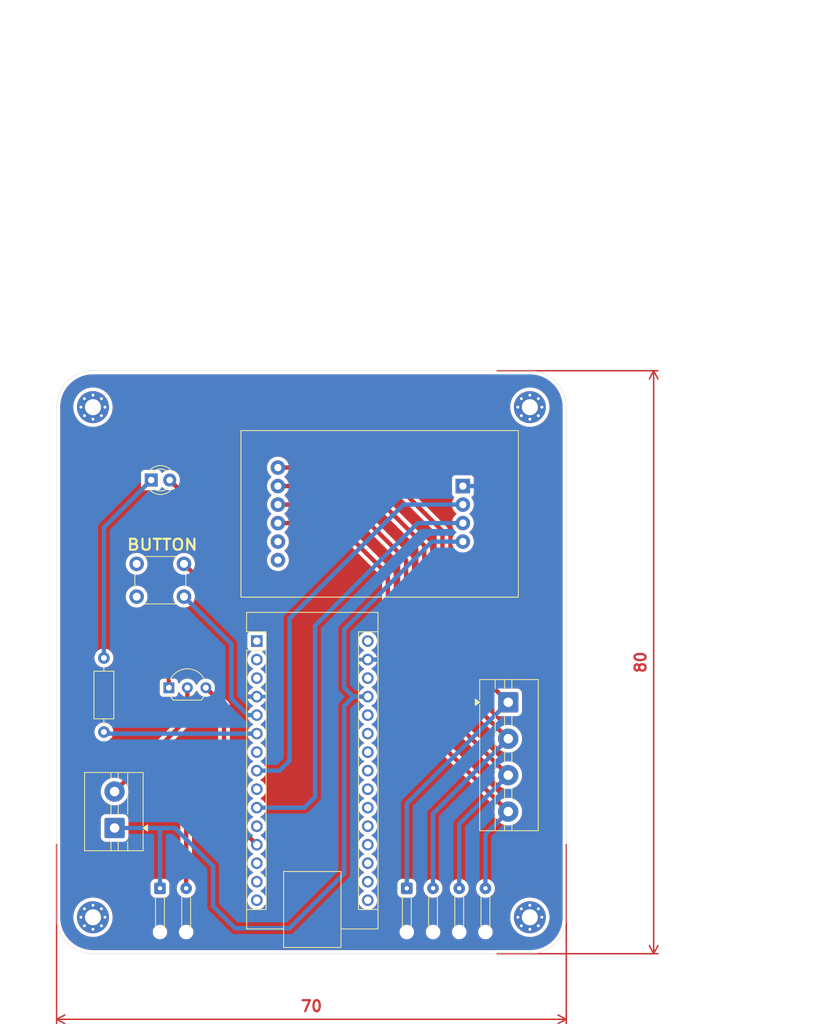
<source format=kicad_pcb>
(kicad_pcb (version 20241229) (generator "pcbnew") (generator_version "9.0")
  (title_block (comment 4 "AISLER Project ID: ADZSJUEU"))
  (layers (0 "F.Cu" signal) (2 "B.Cu" signal) (13 "F.Paste" user) (15 "B.Paste" user) (5 "F.SilkS" user "F.Silkscreen") (7 "B.SilkS" user "B.Silkscreen") (1 "F.Mask" user) (3 "B.Mask" user) (25 "Edge.Cuts" user))
  (net 0 "")
  (net 1 "GND")
  (footprint "Custom_Footprints_Library:HX711_Weight_Sensor_Module" (layer "F.Cu") (at 50.04 34.53)
    (property "Reference" "U1" (hide yes))
    (property "Value" "~")
    (fp_line (start 2.54 5.08) (end 40.64 5.08) (stroke (width 0.1)) (layer "F.SilkS"))
    (fp_line (start 2.54 27.94) (end 2.54 5.08) (stroke (width 0.1)) (layer "F.SilkS"))
    (fp_line (start 40.64 5.08) (end 40.64 27.94) (stroke (width 0.1)) (layer "F.SilkS"))
    (fp_line (start 40.64 27.94) (end 2.54 27.94) (stroke (width 0.1)) (layer "F.SilkS"))
    (fp_rect (start 2.54 5.08) (end 40.64 27.94) (stroke (width 0.1)) (fill no) (layer "F.SilkS"))
    (pad "1" thru_hole circle (at 7.62 10.16) (size 2 2) (drill 1) (layers "*.Cu" "*.Mask"))
    (pad "2" thru_hole circle (at 7.62 12.7) (size 2 2) (drill 1) (layers "*.Cu" "*.Mask"))
    (pad "3" thru_hole circle (at 7.62 15.24) (size 2 2) (drill 1) (layers "*.Cu" "*.Mask"))
    (pad "4" thru_hole circle (at 7.62 17.78) (size 2 2) (drill 1) (layers "*.Cu" "*.Mask"))
    (pad "5" thru_hole circle (at 7.62 20.32) (size 2 2) (drill 1) (layers "*.Cu" "*.Mask"))
    (pad "6" thru_hole circle (at 7.62 22.86) (size 2 2) (drill 1) (layers "*.Cu" "*.Mask"))
    (pad "8" thru_hole circle (at 33.02 15.24) (size 2 2) (drill 1) (layers "*.Cu" "*.Mask"))
    (pad "9" thru_hole circle (at 33.02 17.78) (size 2 2) (drill 1) (layers "*.Cu" "*.Mask"))
    (pad "10" thru_hole circle (at 33.02 20.32) (size 2 2) (drill 1) (layers "*.Cu" "*.Mask"))
    (pad "11" thru_hole rect (at 33.02 12.7) (size 2 2) (drill 1) (layers "*.Cu" "*.Mask"))
  )
  (footprint "Connector_Wire:SolderWire-0.1sqmm_1x04_P3.6mm_D0.4mm_OD1mm_Relief" (layer "F.Cu") (at 75.36 102.425)
    (property "Reference" "REF**" (hide yes))
    (property "Value" "SolderWire-0.1sqmm_1x04_P3.6mm_D0.4mm_OD1mm_Relief")
    (fp_line (start -0.61 1.06) (end -0.61 5.39) (stroke (width 0.12)) (layer "F.SilkS"))
    (fp_line (start 0.61 1.06) (end 0.61 5.39) (stroke (width 0.12)) (layer "F.SilkS"))
    (fp_line (start 2.99 1.06) (end 2.99 5.39) (stroke (width 0.12)) (layer "F.SilkS"))
    (fp_line (start 4.21 1.06) (end 4.21 5.39) (stroke (width 0.12)) (layer "F.SilkS"))
    (fp_line (start 6.59 1.06) (end 6.59 5.39) (stroke (width 0.12)) (layer "F.SilkS"))
    (fp_line (start 7.81 1.06) (end 7.81 5.39) (stroke (width 0.12)) (layer "F.SilkS"))
    (fp_line (start 10.19 1.06) (end 10.19 5.39) (stroke (width 0.12)) (layer "F.SilkS"))
    (fp_line (start 11.41 1.06) (end 11.41 5.39) (stroke (width 0.12)) (layer "F.SilkS"))
    (pad "" np_thru_hole circle (at 0 6) (size 1.5 1.5) (drill 1.5) (layers "*.Cu" "*.Mask"))
    (pad "" np_thru_hole circle (at 3.6 6) (size 1.5 1.5) (drill 1.5) (layers "*.Cu" "*.Mask"))
    (pad "" np_thru_hole circle (at 7.2 6) (size 1.5 1.5) (drill 1.5) (layers "*.Cu" "*.Mask"))
    (pad "" np_thru_hole circle (at 10.8 6) (size 1.5 1.5) (drill 1.5) (layers "*.Cu" "*.Mask"))
    (pad "1" thru_hole roundrect (at 0 0) (size 1.6 1.6) (drill 0.6) (layers "*.Cu" "*.Mask") (roundrect_rratio 0.15625))
    (pad "2" thru_hole circle (at 3.6 0) (size 1.6 1.6) (drill 0.6) (layers "*.Cu" "*.Mask"))
    (pad "3" thru_hole circle (at 7.2 0) (size 1.6 1.6) (drill 0.6) (layers "*.Cu" "*.Mask"))
    (pad "4" thru_hole circle (at 10.8 0) (size 1.6 1.6) (drill 0.6) (layers "*.Cu" "*.Mask"))
  )
  (footprint "LED_THT:LED_D3.0mm" (layer "F.Cu") (at 40.26 46.4)
    (property "Reference" "REF**" (hide yes))
    (property "Value" "LED_D3.0mm")
    (fp_line (start -0.29 -1.236) (end -0.29 -1.08) (stroke (width 0.12)) (layer "F.SilkS"))
    (fp_line (start -0.29 1.08) (end -0.29 1.236) (stroke (width 0.12)) (layer "F.SilkS"))
    (fp_arc (start -0.29 -1.235516) (mid 1.36566 -1.987699) (end 2.941437 -1.08) (stroke (width 0.12)) (layer "F.SilkS"))
    (fp_arc (start 0.229039 -1.08) (mid 1.27 -1.5) (end 2.310961 -1.08) (stroke (width 0.12)) (layer "F.SilkS"))
    (fp_arc (start 2.310961 1.08) (mid 1.27 1.5) (end 0.229039 1.08) (stroke (width 0.12)) (layer "F.SilkS"))
    (fp_arc (start 2.941437 1.08) (mid 1.36566 1.987699) (end -0.29 1.235516) (stroke (width 0.12)) (layer "F.SilkS"))
    (pad "1" thru_hole rect (at 0 0) (size 1.8 1.8) (drill 0.9) (layers "*.Cu" "*.Mask"))
    (pad "2" thru_hole circle (at 2.54 0) (size 1.8 1.8) (drill 0.9) (layers "*.Cu" "*.Mask"))
  )
  (footprint "MountingHole:MountingHole_2.2mm_M2_Pad_Via" (layer "F.Cu") (at 32.26 106.4)
    (property "Reference" "REF**" (hide yes))
    (property "Value" "MountingHole_2.2mm_M2_Pad_Via")
    (pad "1" thru_hole circle (at -1.65 0) (size 0.7 0.7) (drill 0.4) (layers "*.Cu" "*.Mask"))
    (pad "1" thru_hole circle (at -1.166726 -1.166726) (size 0.7 0.7) (drill 0.4) (layers "*.Cu" "*.Mask"))
    (pad "1" thru_hole circle (at -1.166726 1.166726) (size 0.7 0.7) (drill 0.4) (layers "*.Cu" "*.Mask"))
    (pad "1" thru_hole circle (at 0 -1.65) (size 0.7 0.7) (drill 0.4) (layers "*.Cu" "*.Mask"))
    (pad "1" thru_hole circle (at 0 0) (size 4.4 4.4) (drill 2.2) (layers "*.Cu" "*.Mask"))
    (pad "1" thru_hole circle (at 0 1.65) (size 0.7 0.7) (drill 0.4) (layers "*.Cu" "*.Mask"))
    (pad "1" thru_hole circle (at 1.166726 -1.166726) (size 0.7 0.7) (drill 0.4) (layers "*.Cu" "*.Mask"))
    (pad "1" thru_hole circle (at 1.166726 1.166726) (size 0.7 0.7) (drill 0.4) (layers "*.Cu" "*.Mask"))
    (pad "1" thru_hole circle (at 1.65 0) (size 0.7 0.7) (drill 0.4) (layers "*.Cu" "*.Mask"))
  )
  (footprint "TerminalBlock:TerminalBlock_MaiXu_MX126-5.0-04P_1x04_P5.00mm" (layer "F.Cu") (at 89.2925 76.9 -90)
    (property "Reference" "REF**" (hide yes))
    (property "Value" "TerminalBlock_MaiXu_MX126-5.0-04P_1x04_P5.00mm")
    (fp_line (start -3.12 3.92) (end -3.12 -4.12) (stroke (width 0.12)) (layer "F.SilkS"))
    (fp_line (start -0.3 3.92) (end -3.12 3.92) (stroke (width 0.12)) (layer "F.SilkS"))
    (fp_line (start 17.62 3.92) (end 0.3 3.92) (stroke (width 0.12)) (layer "F.SilkS"))
    (fp_line (start -3.12 1.8) (end -1.88 1.8) (stroke (width 0.12)) (layer "F.SilkS"))
    (fp_line (start 1.88 1.8) (end 4.457 1.8) (stroke (width 0.12)) (layer "F.SilkS"))
    (fp_line (start 5.543 1.8) (end 9.457 1.8) (stroke (width 0.12)) (layer "F.SilkS"))
    (fp_line (start 10.543 1.8) (end 14.457 1.8) (stroke (width 0.12)) (layer "F.SilkS"))
    (fp_line (start 15.543 1.8) (end 17.62 1.8) (stroke (width 0.12)) (layer "F.SilkS"))
    (fp_line (start -3.12 0.5) (end -1.88 0.5) (stroke (width 0.12)) (layer "F.SilkS"))
    (fp_line (start 1.88 0.5) (end 3.188 0.5) (stroke (width 0.12)) (layer "F.SilkS"))
    (fp_line (start 6.812 0.5) (end 8.188 0.5) (stroke (width 0.12)) (layer "F.SilkS"))
    (fp_line (start 11.812 0.5) (end 13.188 0.5) (stroke (width 0.12)) (layer "F.SilkS"))
    (fp_line (start 16.812 0.5) (end 17.62 0.5) (stroke (width 0.12)) (layer "F.SilkS"))
    (fp_line (start -3.12 -0.5) (end -1.88 -0.5) (stroke (width 0.12)) (layer "F.SilkS"))
    (fp_line (start 1.88 -0.5) (end 3.188 -0.5) (stroke (width 0.12)) (layer "F.SilkS"))
    (fp_line (start 6.812 -0.5) (end 8.188 -0.5) (stroke (width 0.12)) (layer "F.SilkS"))
    (fp_line (start 11.812 -0.5) (end 13.188 -0.5) (stroke (width 0.12)) (layer "F.SilkS"))
    (fp_line (start 16.812 -0.5) (end 17.62 -0.5) (stroke (width 0.12)) (layer "F.SilkS"))
    (fp_line (start -3.12 -4.12) (end 17.62 -4.12) (stroke (width 0.12)) (layer "F.SilkS"))
    (fp_line (start 17.62 -4.12) (end 17.62 3.92) (stroke (width 0.12)) (layer "F.SilkS"))
    (fp_poly (pts (xy 0 3.92) (xy 0.44 4.53) (xy -0.44 4.53)) (stroke (width 0.12)) (fill yes) (layer "F.SilkS"))
    (pad "1" thru_hole roundrect (at 0 0 270) (size 2.8 2.8) (drill 1.3) (layers "*.Cu" "*.Mask") (roundrect_rratio 0.089286))
    (pad "2" thru_hole circle (at 5 0 270) (size 2.8 2.8) (drill 1.3) (layers "*.Cu" "*.Mask"))
    (pad "3" thru_hole circle (at 10 0 270) (size 2.8 2.8) (drill 1.3) (layers "*.Cu" "*.Mask"))
    (pad "4" thru_hole circle (at 15 0 270) (size 2.8 2.8) (drill 1.3) (layers "*.Cu" "*.Mask"))
  )
  (footprint "TerminalBlock:TerminalBlock_MaiXu_MX126-5.0-02P_1x02_P5.00mm" (layer "F.Cu") (at 35.2275 94.15 90)
    (property "Reference" "REF**" (hide yes))
    (property "Value" "TerminalBlock_MaiXu_MX126-5.0-02P_1x02_P5.00mm")
    (fp_line (start 7.62 -4.12) (end 7.62 3.92) (stroke (width 0.12)) (layer "F.SilkS"))
    (fp_line (start -3.12 -4.12) (end 7.62 -4.12) (stroke (width 0.12)) (layer "F.SilkS"))
    (fp_line (start 6.812 -0.5) (end 7.62 -0.5) (stroke (width 0.12)) (layer "F.SilkS"))
    (fp_line (start 1.88 -0.5) (end 3.188 -0.5) (stroke (width 0.12)) (layer "F.SilkS"))
    (fp_line (start -3.12 -0.5) (end -1.88 -0.5) (stroke (width 0.12)) (layer "F.SilkS"))
    (fp_line (start 6.812 0.5) (end 7.62 0.5) (stroke (width 0.12)) (layer "F.SilkS"))
    (fp_line (start 1.88 0.5) (end 3.188 0.5) (stroke (width 0.12)) (layer "F.SilkS"))
    (fp_line (start -3.12 0.5) (end -1.88 0.5) (stroke (width 0.12)) (layer "F.SilkS"))
    (fp_line (start 5.543 1.8) (end 7.62 1.8) (stroke (width 0.12)) (layer "F.SilkS"))
    (fp_line (start 1.88 1.8) (end 4.457 1.8) (stroke (width 0.12)) (layer "F.SilkS"))
    (fp_line (start -3.12 1.8) (end -1.88 1.8) (stroke (width 0.12)) (layer "F.SilkS"))
    (fp_line (start 7.62 3.92) (end 0.3 3.92) (stroke (width 0.12)) (layer "F.SilkS"))
    (fp_line (start -0.3 3.92) (end -3.12 3.92) (stroke (width 0.12)) (layer "F.SilkS"))
    (fp_line (start -3.12 3.92) (end -3.12 -4.12) (stroke (width 0.12)) (layer "F.SilkS"))
    (fp_poly (pts (xy 0 3.92) (xy 0.44 4.53) (xy -0.44 4.53)) (stroke (width 0.12)) (fill yes) (layer "F.SilkS"))
    (pad "1" thru_hole roundrect (at 0 0 90) (size 2.8 2.8) (drill 1.3) (layers "*.Cu" "*.Mask") (roundrect_rratio 0.089286))
    (pad "2" thru_hole circle (at 5 0 90) (size 2.8 2.8) (drill 1.3) (layers "*.Cu" "*.Mask"))
  )
  (footprint "MountingHole:MountingHole_2.2mm_M2_Pad_Via" (layer "F.Cu") (at 92.26 36.4)
    (property "Reference" "REF**" (hide yes))
    (property "Value" "MountingHole_2.2mm_M2_Pad_Via")
    (pad "1" thru_hole circle (at -1.65 0) (size 0.7 0.7) (drill 0.4) (layers "*.Cu" "*.Mask"))
    (pad "1" thru_hole circle (at -1.166726 -1.166726) (size 0.7 0.7) (drill 0.4) (layers "*.Cu" "*.Mask"))
    (pad "1" thru_hole circle (at -1.166726 1.166726) (size 0.7 0.7) (drill 0.4) (layers "*.Cu" "*.Mask"))
    (pad "1" thru_hole circle (at 0 -1.65) (size 0.7 0.7) (drill 0.4) (layers "*.Cu" "*.Mask"))
    (pad "1" thru_hole circle (at 0 0) (size 4.4 4.4) (drill 2.2) (layers "*.Cu" "*.Mask"))
    (pad "1" thru_hole circle (at 0 1.65) (size 0.7 0.7) (drill 0.4) (layers "*.Cu" "*.Mask"))
    (pad "1" thru_hole circle (at 1.166726 -1.166726) (size 0.7 0.7) (drill 0.4) (layers "*.Cu" "*.Mask"))
    (pad "1" thru_hole circle (at 1.166726 1.166726) (size 0.7 0.7) (drill 0.4) (layers "*.Cu" "*.Mask"))
    (pad "1" thru_hole circle (at 1.65 0) (size 0.7 0.7) (drill 0.4) (layers "*.Cu" "*.Mask"))
  )
  (footprint "MountingHole:MountingHole_2.2mm_M2_Pad_Via" (layer "F.Cu") (at 92.26 106.4)
    (property "Reference" "REF**" (hide yes))
    (property "Value" "MountingHole_2.2mm_M2_Pad_Via")
    (pad "1" thru_hole circle (at -1.65 0) (size 0.7 0.7) (drill 0.4) (layers "*.Cu" "*.Mask"))
    (pad "1" thru_hole circle (at -1.166726 -1.166726) (size 0.7 0.7) (drill 0.4) (layers "*.Cu" "*.Mask"))
    (pad "1" thru_hole circle (at -1.166726 1.166726) (size 0.7 0.7) (drill 0.4) (layers "*.Cu" "*.Mask"))
    (pad "1" thru_hole circle (at 0 -1.65) (size 0.7 0.7) (drill 0.4) (layers "*.Cu" "*.Mask"))
    (pad "1" thru_hole circle (at 0 0) (size 4.4 4.4) (drill 2.2) (layers "*.Cu" "*.Mask"))
    (pad "1" thru_hole circle (at 0 1.65) (size 0.7 0.7) (drill 0.4) (layers "*.Cu" "*.Mask"))
    (pad "1" thru_hole circle (at 1.166726 -1.166726) (size 0.7 0.7) (drill 0.4) (layers "*.Cu" "*.Mask"))
    (pad "1" thru_hole circle (at 1.166726 1.166726) (size 0.7 0.7) (drill 0.4) (layers "*.Cu" "*.Mask"))
    (pad "1" thru_hole circle (at 1.65 0) (size 0.7 0.7) (drill 0.4) (layers "*.Cu" "*.Mask"))
  )
  (footprint "Module:Arduino_Nano_WithMountingHoles" (layer "F.Cu") (at 54.76 68.5)
    (property "Reference" "REF**" (hide yes))
    (property "Value" "Arduino_Nano_WithMountingHoles")
    (fp_line (start -1.4 -3.94) (end -1.4 -1.27) (stroke (width 0.12)) (layer "F.SilkS"))
    (fp_line (start -1.4 1.27) (end -1.4 39.5) (stroke (width 0.12)) (layer "F.SilkS"))
    (fp_line (start -1.4 39.5) (end 3.68 39.5) (stroke (width 0.12)) (layer "F.SilkS"))
    (fp_line (start 1.27 -1.27) (end -1.4 -1.27) (stroke (width 0.12)) (layer "F.SilkS"))
    (fp_line (start 1.27 1.27) (end -1.4 1.27) (stroke (width 0.12)) (layer "F.SilkS"))
    (fp_line (start 1.27 1.27) (end 1.27 -1.27) (stroke (width 0.12)) (layer "F.SilkS"))
    (fp_line (start 1.27 1.27) (end 1.27 36.83) (stroke (width 0.12)) (layer "F.SilkS"))
    (fp_line (start 1.27 36.83) (end -1.4 36.83) (stroke (width 0.12)) (layer "F.SilkS"))
    (fp_line (start 3.68 31.62) (end 11.56 31.62) (stroke (width 0.12)) (layer "F.SilkS"))
    (fp_line (start 3.68 42.04) (end 3.68 31.62) (stroke (width 0.12)) (layer "F.SilkS"))
    (fp_line (start 11.56 31.62) (end 11.56 42.04) (stroke (width 0.12)) (layer "F.SilkS"))
    (fp_line (start 11.56 42.04) (end 3.68 42.04) (stroke (width 0.12)) (layer "F.SilkS"))
    (fp_line (start 13.97 -1.27) (end 13.97 36.83) (stroke (width 0.12)) (layer "F.SilkS"))
    (fp_line (start 13.97 -1.27) (end 16.64 -1.27) (stroke (width 0.12)) (layer "F.SilkS"))
    (fp_line (start 13.97 36.83) (end 16.64 36.83) (stroke (width 0.12)) (layer "F.SilkS"))
    (fp_line (start 16.64 -3.94) (end -1.4 -3.94) (stroke (width 0.12)) (layer "F.SilkS"))
    (fp_line (start 16.64 39.5) (end 11.56 39.5) (stroke (width 0.12)) (layer "F.SilkS"))
    (fp_line (start 16.64 39.5) (end 16.64 -3.94) (stroke (width 0.12)) (layer "F.SilkS"))
    (pad "1" thru_hole rect (at 0 0) (size 1.6 1.6) (drill 1) (layers "*.Cu" "*.Mask"))
    (pad "2" thru_hole oval (at 0 2.54) (size 1.6 1.6) (drill 1) (layers "*.Cu" "*.Mask"))
    (pad "3" thru_hole oval (at 0 5.08) (size 1.6 1.6) (drill 1) (layers "*.Cu" "*.Mask"))
    (pad "4" thru_hole oval (at 0 7.62) (size 1.6 1.6) (drill 1) (layers "*.Cu" "*.Mask") (net 1 "GND"))
    (pad "5" thru_hole oval (at 0 10.16) (size 1.6 1.6) (drill 1) (layers "*.Cu" "*.Mask"))
    (pad "6" thru_hole oval (at 0 12.7) (size 1.6 1.6) (drill 1) (layers "*.Cu" "*.Mask"))
    (pad "7" thru_hole oval (at 0 15.24) (size 1.6 1.6) (drill 1) (layers "*.Cu" "*.Mask"))
    (pad "8" thru_hole oval (at 0 17.78) (size 1.6 1.6) (drill 1) (layers "*.Cu" "*.Mask"))
    (pad "9" thru_hole oval (at 0 20.32) (size 1.6 1.6) (drill 1) (layers "*.Cu" "*.Mask"))
    (pad "10" thru_hole oval (at 0 22.86) (size 1.6 1.6) (drill 1) (layers "*.Cu" "*.Mask"))
    (pad "11" thru_hole oval (at 0 25.4) (size 1.6 1.6) (drill 1) (layers "*.Cu" "*.Mask"))
    (pad "12" thru_hole oval (at 0 27.94) (size 1.6 1.6) (drill 1) (layers "*.Cu" "*.Mask"))
    (pad "13" thru_hole oval (at 0 30.48) (size 1.6 1.6) (drill 1) (layers "*.Cu" "*.Mask"))
    (pad "14" thru_hole oval (at 0 33.02) (size 1.6 1.6) (drill 1) (layers "*.Cu" "*.Mask"))
    (pad "15" thru_hole oval (at 0 35.56) (size 1.6 1.6) (drill 1) (layers "*.Cu" "*.Mask"))
    (pad "16" thru_hole oval (at 15.24 35.56) (size 1.6 1.6) (drill 1) (layers "*.Cu" "*.Mask"))
    (pad "17" thru_hole oval (at 15.24 33.02) (size 1.6 1.6) (drill 1) (layers "*.Cu" "*.Mask"))
    (pad "18" thru_hole oval (at 15.24 30.48) (size 1.6 1.6) (drill 1) (layers "*.Cu" "*.Mask"))
    (pad "19" thru_hole oval (at 15.24 27.94) (size 1.6 1.6) (drill 1) (layers "*.Cu" "*.Mask"))
    (pad "20" thru_hole oval (at 15.24 25.4) (size 1.6 1.6) (drill 1) (layers "*.Cu" "*.Mask"))
    (pad "21" thru_hole oval (at 15.24 22.86) (size 1.6 1.6) (drill 1) (layers "*.Cu" "*.Mask"))
    (pad "22" thru_hole oval (at 15.24 20.32) (size 1.6 1.6) (drill 1) (layers "*.Cu" "*.Mask"))
    (pad "23" thru_hole oval (at 15.24 17.78) (size 1.6 1.6) (drill 1) (layers "*.Cu" "*.Mask"))
    (pad "24" thru_hole oval (at 15.24 15.24) (size 1.6 1.6) (drill 1) (layers "*.Cu" "*.Mask"))
    (pad "25" thru_hole oval (at 15.24 12.7) (size 1.6 1.6) (drill 1) (layers "*.Cu" "*.Mask"))
    (pad "26" thru_hole oval (at 15.24 10.16) (size 1.6 1.6) (drill 1) (layers "*.Cu" "*.Mask"))
    (pad "27" thru_hole oval (at 15.24 7.62) (size 1.6 1.6) (drill 1) (layers "*.Cu" "*.Mask"))
    (pad "28" thru_hole oval (at 15.24 5.08) (size 1.6 1.6) (drill 1) (layers "*.Cu" "*.Mask"))
    (pad "29" thru_hole oval (at 15.24 2.54) (size 1.6 1.6) (drill 1) (layers "*.Cu" "*.Mask") (net 1 "GND"))
    (pad "30" thru_hole oval (at 15.24 0) (size 1.6 1.6) (drill 1) (layers "*.Cu" "*.Mask"))
  )
  (footprint "Package_TO_SOT_THT:TO-92L_Inline_Wide" (layer "F.Cu") (at 42.68 74.9)
    (property "Reference" "REF**" (hide yes))
    (property "Value" "TO-92L_Inline_Wide")
    (fp_line (start 0.6 1.7) (end 4.45 1.7) (stroke (width 0.12)) (layer "F.SilkS"))
    (fp_arc (start 0.1836 -1.098807) (mid 1.143021 -2.192817) (end 2.54 -2.6) (stroke (width 0.12)) (layer "F.SilkS"))
    (fp_arc (start 0.6 1.7) (mid 0.389183 1.423933) (end 0.217369 1.122045) (stroke (width 0.12)) (layer "F.SilkS"))
    (fp_arc (start 2.54 -2.6) (mid 3.936979 -2.192818) (end 4.8964 -1.098807) (stroke (width 0.12)) (layer "F.SilkS"))
    (fp_arc (start 4.842383 1.112264) (mid 4.666594 1.419753) (end 4.45 1.7) (stroke (width 0.12)) (layer "F.SilkS"))
    (pad "1" thru_hole rect (at 0 0) (size 1.5 1.5) (drill 0.8) (layers "*.Cu" "*.Mask"))
    (pad "2" thru_hole circle (at 2.54 0) (size 1.5 1.5) (drill 0.8) (layers "*.Cu" "*.Mask"))
    (pad "3" thru_hole circle (at 5.08 0) (size 1.5 1.5) (drill 0.8) (layers "*.Cu" "*.Mask"))
  )
  (footprint "Resistor_THT:R_Axial_DIN0207_L6.3mm_D2.5mm_P10.16mm_Horizontal" (layer "F.Cu") (at 33.76 70.82 -90)
    (property "Reference" "REF**" (hide yes))
    (property "Value" "R_Axial_DIN0207_L6.3mm_D2.5mm_P10.16mm_Horizontal")
    (fp_line (start 1.04 0) (end 1.81 0) (stroke (width 0.12)) (layer "F.SilkS"))
    (fp_line (start 9.12 0) (end 8.35 0) (stroke (width 0.12)) (layer "F.SilkS"))
    (fp_rect (start 1.81 -1.37) (end 8.35 1.37) (stroke (width 0.12)) (fill no) (layer "F.SilkS"))
    (pad "1" thru_hole circle (at 0 0 270) (size 1.6 1.6) (drill 0.8) (layers "*.Cu" "*.Mask"))
    (pad "2" thru_hole circle (at 10.16 0 270) (size 1.6 1.6) (drill 0.8) (layers "*.Cu" "*.Mask"))
  )
  (footprint "Button_Switch_THT:SW_PUSH_6mm_H5mm" (layer "F.Cu") (at 44.76 62.4 180)
    (property "Reference" "REF**" (hide yes))
    (property "Value" "SW_PUSH_6mm_H5mm")
    (fp_line (start 6.75 3) (end 6.75 1.5) (stroke (width 0.12)) (layer "F.SilkS"))
    (fp_line (start 5.5 -1) (end 1 -1) (stroke (width 0.12)) (layer "F.SilkS"))
    (fp_line (start 1 5.5) (end 5.5 5.5) (stroke (width 0.12)) (layer "F.SilkS"))
    (fp_line (start -0.25 1.5) (end -0.25 3) (stroke (width 0.12)) (layer "F.SilkS"))
    (pad "1" thru_hole circle (at 0 0 270) (size 2 2) (drill 1.1) (layers "*.Cu" "*.Mask"))
    (pad "1" thru_hole circle (at 6.5 0 270) (size 2 2) (drill 1.1) (layers "*.Cu" "*.Mask"))
    (pad "2" thru_hole circle (at 0 4.5 270) (size 2 2) (drill 1.1) (layers "*.Cu" "*.Mask"))
    (pad "2" thru_hole circle (at 6.5 4.5 270) (size 2 2) (drill 1.1) (layers "*.Cu" "*.Mask"))
  )
  (footprint "MountingHole:MountingHole_2.2mm_M2_Pad_Via" (layer "F.Cu") (at 32.26 36.4)
    (property "Reference" "REF**" (hide yes))
    (property "Value" "MountingHole_2.2mm_M2_Pad_Via")
    (pad "1" thru_hole circle (at -1.65 0) (size 0.7 0.7) (drill 0.4) (layers "*.Cu" "*.Mask"))
    (pad "1" thru_hole circle (at -1.166726 -1.166726) (size 0.7 0.7) (drill 0.4) (layers "*.Cu" "*.Mask"))
    (pad "1" thru_hole circle (at -1.166726 1.166726) (size 0.7 0.7) (drill 0.4) (layers "*.Cu" "*.Mask"))
    (pad "1" thru_hole circle (at 0 -1.65) (size 0.7 0.7) (drill 0.4) (layers "*.Cu" "*.Mask"))
    (pad "1" thru_hole circle (at 0 0) (size 4.4 4.4) (drill 2.2) (layers "*.Cu" "*.Mask"))
    (pad "1" thru_hole circle (at 0 1.65) (size 0.7 0.7) (drill 0.4) (layers "*.Cu" "*.Mask"))
    (pad "1" thru_hole circle (at 1.166726 -1.166726) (size 0.7 0.7) (drill 0.4) (layers "*.Cu" "*.Mask"))
    (pad "1" thru_hole circle (at 1.166726 1.166726) (size 0.7 0.7) (drill 0.4) (layers "*.Cu" "*.Mask"))
    (pad "1" thru_hole circle (at 1.65 0) (size 0.7 0.7) (drill 0.4) (layers "*.Cu" "*.Mask"))
  )
  (footprint "Connector_Wire:SolderWire-0.1sqmm_1x02_P3.6mm_D0.4mm_OD1mm_Relief" (layer "F.Cu") (at 41.46 102.425)
    (property "Reference" "REF**" (hide yes))
    (property "Value" "SolderWire-0.1sqmm_1x02_P3.6mm_D0.4mm_OD1mm_Relief")
    (fp_line (start -0.61 1.06) (end -0.61 5.39) (stroke (width 0.12)) (layer "F.SilkS"))
    (fp_line (start 0.61 1.06) (end 0.61 5.39) (stroke (width 0.12)) (layer "F.SilkS"))
    (fp_line (start 2.99 1.06) (end 2.99 5.39) (stroke (width 0.12)) (layer "F.SilkS"))
    (fp_line (start 4.21 1.06) (end 4.21 5.39) (stroke (width 0.12)) (layer "F.SilkS"))
    (pad "" np_thru_hole circle (at 0 6) (size 1.5 1.5) (drill 1.5) (layers "*.Cu" "*.Mask"))
    (pad "" np_thru_hole circle (at 3.6 6) (size 1.5 1.5) (drill 1.5) (layers "*.Cu" "*.Mask"))
    (pad "1" thru_hole roundrect (at 0 0) (size 1.6 1.6) (drill 0.6) (layers "*.Cu" "*.Mask") (roundrect_rratio 0.15625))
    (pad "2" thru_hole circle (at 3.6 0) (size 1.6 1.6) (drill 0.6) (layers "*.Cu" "*.Mask"))
  )
  (gr_line (start 32.26 31.4) (end 92.26 31.4) (stroke (width 0.05)) (layer "Edge.Cuts"))
  (gr_arc (start 97.26 106.4) (mid 95.795534 109.935534) (end 92.26 111.4) (stroke (width 0.05)) (layer "Edge.Cuts"))
  (gr_line (start 97.26 36.4) (end 97.26 106.4) (stroke (width 0.05)) (layer "Edge.Cuts"))
  (gr_arc (start 92.26 31.4) (mid 95.795534 32.864466) (end 97.26 36.4) (stroke (width 0.05)) (layer "Edge.Cuts"))
  (gr_arc (start 27.26 36.4) (mid 28.724466 32.864466) (end 32.26 31.4) (stroke (width 0.05)) (layer "Edge.Cuts"))
  (gr_arc (start 32.26 111.4) (mid 28.724466 109.935534) (end 27.26 106.4) (stroke (width 0.05)) (layer "Edge.Cuts"))
  (gr_line (start 27.26 106.4) (end 27.26 36.4) (stroke (width 0.05)) (layer "Edge.Cuts"))
  (gr_line (start 92.26 111.4) (end 32.26 111.4) (stroke (width 0.05)) (layer "Edge.Cuts"))
  (gr_text "BUTTON" (at 36.76 54.4 0) (layer "F.SilkS") (effects (font (size 1.5 1.7) (thickness 0.3) (bold yes)) (justify left top)))
  (dimension (type orthogonal) (layer "F.Cu") (pts (xy 87.26 31.4) (xy 87.26 111.4)) (height 22) (orientation 1) (format (prefix "") (suffix "") (units 3) (units_format 0) (precision 4) (suppress_zeroes yes)) (style (thickness 0.2) (arrow_length 1.27) (text_position_mode 0) (arrow_direction outward) (extension_height 0.58642) (extension_offset 0.5) (keep_text_aligned yes)) (gr_text "80" (at 107.46 71.4 90) (layer "F.Cu") (effects (font (size 1.5 1.5) (thickness 0.3)))))
  (dimension (type orthogonal) (layer "F.Cu") (pts (xy 27.26 95.9) (xy 97.26 95.9)) (height 24.5) (orientation 0) (format (prefix "") (suffix "") (units 3) (units_format 0) (precision 4) (suppress_zeroes yes)) (style (thickness 0.2) (arrow_length 1.27) (text_position_mode 0) (arrow_direction outward) (extension_height 0.58642) (extension_offset 0.5) (keep_text_aligned yes)) (gr_text "70" (at 62.26 118.6 0) (layer "F.Cu") (effects (font (size 1.5 1.5) (thickness 0.3)))))
  (segment (start 77.76 70.4) (end 89.26 81.9) (width 0.6) (layer "F.Cu") (net 0))
  (segment (start 75.26 57.4) (end 75.26 72.9) (width 0.6) (layer "F.Cu") (net 0))
  (segment (start 72.76 75.4) (end 89.26 91.9) (width 0.6) (layer "F.Cu") (net 0))
  (segment (start 40.36875 84.00875) (end 35.2275 89.15) (width 0.6) (layer "F.Cu") (net 0))
  (segment (start 47.76 74.9) (end 50.26 77.4) (width 0.6) (layer "F.Cu") (net 0))
  (segment (start 65.67 52.31) (end 72.76 59.4) (width 0.6) (layer "F.Cu") (net 0))
  (segment (start 72.76 59.4) (end 72.76 75.4) (width 0.6) (layer "F.Cu") (net 0))
  (segment (start 57.66 52.31) (end 65.67 52.31) (width 0.6) (layer "F.Cu") (net 0))
  (segment (start 71.55 44.69) (end 80.26 53.4) (width 0.6) (layer "F.Cu") (net 0))
  (segment (start 57.66 49.77) (end 67.63 49.77) (width 0.6) (layer "F.Cu") (net 0))
  (segment (start 45.22 74.9) (end 45.22 79.1575) (width 0.6) (layer "F.Cu") (net 0))
  (segment (start 50.26 77.4) (end 50.26 91.94) (width 0.6) (layer "F.Cu") (net 0))
  (segment (start 45.06 88.7) (end 40.36875 84.00875) (width 0.6) (layer "F.Cu") (net 0))
  (segment (start 45.06 102.425) (end 45.06 88.7) (width 0.6) (layer "F.Cu") (net 0))
  (segment (start 77.76 55.4) (end 77.76 70.4) (width 0.6) (layer "F.Cu") (net 0))
  (segment (start 67.63 49.77) (end 75.26 57.4) (width 0.6) (layer "F.Cu") (net 0))
  (segment (start 45.22 79.1575) (end 40.36875 84.00875) (width 0.6) (layer "F.Cu") (net 0))
  (segment (start 69.59 47.23) (end 77.76 55.4) (width 0.6) (layer "F.Cu") (net 0))
  (segment (start 75.26 72.9) (end 89.26 86.9) (width 0.6) (layer "F.Cu") (net 0))
  (segment (start 50.26 91.94) (end 54.76 96.44) (width 0.6) (layer "F.Cu") (net 0))
  (segment (start 80.26 53.4) (end 80.26 67.9) (width 0.6) (layer "F.Cu") (net 0))
  (segment (start 80.26 67.9) (end 89.26 76.9) (width 0.6) (layer "F.Cu") (net 0))
  (segment (start 57.66 47.23) (end 69.59 47.23) (width 0.6) (layer "F.Cu") (net 0))
  (segment (start 57.66 44.69) (end 71.55 44.69) (width 0.6) (layer "F.Cu") (net 0))
  (segment (start 59.26 107.9) (end 51.76 107.9) (width 0.6) (layer "B.Cu") (net 0))
  (segment (start 86.16 102.425) (end 86.16 95) (width 0.6) (layer "B.Cu") (net 0))
  (segment (start 33.76 52.9) (end 40.26 46.4) (width 0.6) (layer "B.Cu") (net 0))
  (segment (start 51.26 76.4) (end 51.26 68.9) (width 0.6) (layer "B.Cu") (net 0))
  (segment (start 54.76 91.36) (end 61.3 91.36) (width 0.6) (layer "B.Cu") (net 0))
  (segment (start 57.88 86.28) (end 54.76 86.28) (width 0.6) (layer "B.Cu") (net 0))
  (segment (start 82.56 102.425) (end 82.56 93.6) (width 0.6) (layer "B.Cu") (net 0))
  (segment (start 51.76 107.9) (end 48.76 104.9) (width 0.6) (layer "B.Cu") (net 0))
  (segment (start 59.26 65.4) (end 59.26 84.9) (width 0.6) (layer "B.Cu") (net 0))
  (segment (start 41.46 102.425) (end 41.46 94.35) (width 0.6) (layer "B.Cu") (net 0))
  (segment (start 62.76 89.9) (end 62.76 66.4) (width 0.6) (layer "B.Cu") (net 0))
  (segment (start 86.16 95) (end 89.26 91.9) (width 0.6) (layer "B.Cu") (net 0))
  (segment (start 48.76 99.4) (end 43.51 94.15) (width 0.6) (layer "B.Cu") (net 0))
  (segment (start 75.36 102.425) (end 75.36 90.8) (width 0.6) (layer "B.Cu") (net 0))
  (segment (start 59.26 84.9) (end 57.88 86.28) (width 0.6) (layer "B.Cu") (net 0))
  (segment (start 66.76 77.4) (end 66.76 100.4) (width 0.6) (layer "B.Cu") (net 0))
  (segment (start 70 76.12) (end 67.98 76.12) (width 0.6) (layer "B.Cu") (net 0))
  (segment (start 66.76 100.4) (end 59.26 107.9) (width 0.6) (layer "B.Cu") (net 0))
  (segment (start 78.96 102.425) (end 78.96 92.2) (width 0.6) (layer "B.Cu") (net 0))
  (segment (start 33.98 81.2) (end 33.76 80.98) (width 0.6) (layer "B.Cu") (net 0))
  (segment (start 66.76 74.9) (end 66.76 66.9) (width 0.6) (layer "B.Cu") (net 0))
  (segment (start 62.76 66.4) (end 76.85 52.31) (width 0.6) (layer "B.Cu") (net 0))
  (segment (start 54.76 81.2) (end 33.98 81.2) (width 0.6) (layer "B.Cu") (net 0))
  (segment (start 78.81 54.85) (end 83.06 54.85) (width 0.6) (layer "B.Cu") (net 0))
  (segment (start 33.76 70.82) (end 33.76 52.9) (width 0.6) (layer "B.Cu") (net 0))
  (segment (start 82.56 93.6) (end 89.26 86.9) (width 0.6) (layer "B.Cu") (net 0))
  (segment (start 54.76 78.66) (end 53.52 78.66) (width 0.6) (layer "B.Cu") (net 0))
  (segment (start 75.36 90.8) (end 89.26 76.9) (width 0.6) (layer "B.Cu") (net 0))
  (segment (start 68.04 76.12) (end 66.76 77.4) (width 0.6) (layer "B.Cu") (net 0))
  (segment (start 83.26 55.05) (end 83.06 54.85) (width 0.6) (layer "B.Cu") (net 0))
  (segment (start 53.52 78.66) (end 51.26 76.4) (width 0.6) (layer "B.Cu") (net 0))
  (segment (start 67.98 76.12) (end 66.76 74.9) (width 0.6) (layer "B.Cu") (net 0))
  (segment (start 61.3 91.36) (end 62.76 89.9) (width 0.6) (layer "B.Cu") (net 0))
  (segment (start 74.89 49.77) (end 59.26 65.4) (width 0.6) (layer "B.Cu") (net 0))
  (segment (start 66.76 66.9) (end 78.81 54.85) (width 0.6) (layer "B.Cu") (net 0))
  (segment (start 41.46 94.35) (end 41.26 94.15) (width 0.6) (layer "B.Cu") (net 0))
  (segment (start 78.96 92.2) (end 89.26 81.9) (width 0.6) (layer "B.Cu") (net 0))
  (segment (start 70 76.12) (end 68.04 76.12) (width 0.6) (layer "B.Cu") (net 0))
  (segment (start 83.06 49.77) (end 74.89 49.77) (width 0.6) (layer "B.Cu") (net 0))
  (segment (start 76.85 52.31) (end 83.06 52.31) (width 0.6) (layer "B.Cu") (net 0))
  (segment (start 51.26 68.9) (end 44.76 62.4) (width 0.6) (layer "B.Cu") (net 0))
  (segment (start 48.76 104.9) (end 48.76 99.4) (width 0.6) (layer "B.Cu") (net 0))
  (segment (start 41.26 94.15) (end 35.2275 94.15) (width 0.6) (layer "B.Cu") (net 0))
  (segment (start 43.51 94.15) (end 41.26 94.15) (width 0.6) (layer "B.Cu") (net 0))
  (segment (start 44.76 57.9) (end 48.76 61.9) (width 0.6) (layer "F.Cu") (net 1))
  (segment (start 48.76 61.9) (end 48.76 52.36) (width 0.6) (layer "F.Cu") (net 1))
  (segment (start 42.68 72.48) (end 42.68 74.9) (width 0.6) (layer "F.Cu") (net 1))
  (segment (start 54.76 76.12) (end 53.48 76.12) (width 0.6) (layer "F.Cu") (net 1))
  (segment (start 53.48 76.12) (end 48.76 71.4) (width 0.6) (layer "F.Cu") (net 1))
  (segment (start 43.76 71.4) (end 42.68 72.48) (width 0.6) (layer "F.Cu") (net 1))
  (segment (start 48.76 52.36) (end 42.8 46.4) (width 0.6) (layer "F.Cu") (net 1))
  (segment (start 48.76 71.4) (end 43.76 71.4) (width 0.6) (layer "F.Cu") (net 1))
  (segment (start 48.76 71.4) (end 48.76 63.9) (width 0.6) (layer "F.Cu") (net 1))
  (segment (start 48.76 63.9) (end 48.76 61.9) (width 0.6) (layer "F.Cu") (net 1))
  (segment (start 88.26 57.9) (end 88.26 48.9) (width 0.6) (layer "B.Cu") (net 1))
  (segment (start 70 71.04) (end 75.12 71.04) (width 0.6) (layer "B.Cu") (net 1))
  (segment (start 88.26 48.9) (end 86.59 47.23) (width 0.6) (layer "B.Cu") (net 1))
  (segment (start 86.59 47.23) (end 83.06 47.23) (width 0.6) (layer "B.Cu") (net 1))
  (segment (start 75.12 71.04) (end 88.26 57.9) (width 0.6) (layer "B.Cu") (net 1))
  (zone (net 1) (net_name "GND") (layers "F.Cu" "B.Cu") (connect_pads (clearance 0.5)) (min_thickness 0.25) (fill yes (thermal_gap 0.5) (thermal_bridge_width 0.5))
    (polygon (pts (xy 27.26 31.4) (xy 97.26 31.4) (xy 97.26 111.4) (xy 27.26 111.4)))
  )
)
</source>
